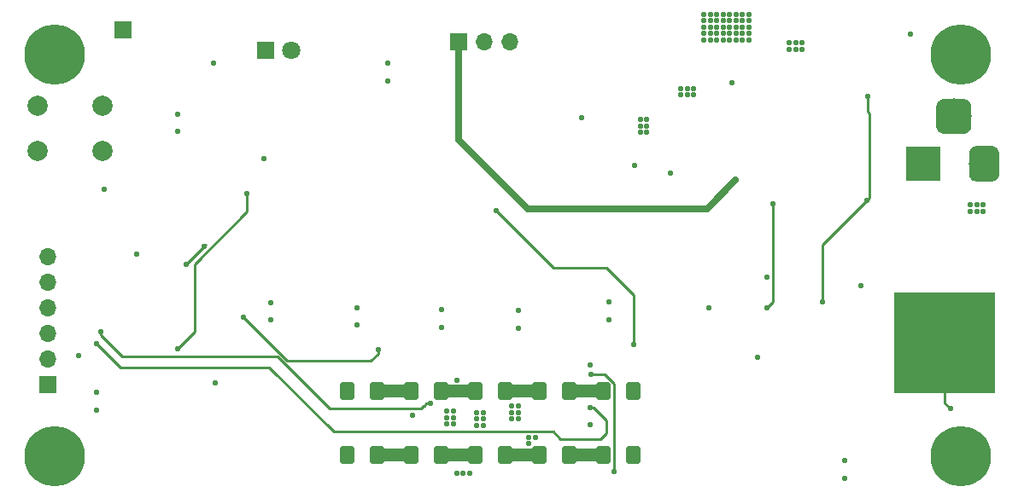
<source format=gbr>
G04 #@! TF.GenerationSoftware,KiCad,Pcbnew,(5.1.4)-1*
G04 #@! TF.CreationDate,2019-10-07T12:46:13-05:00*
G04 #@! TF.ProjectId,nightlight,6e696768-746c-4696-9768-742e6b696361,rev?*
G04 #@! TF.SameCoordinates,Original*
G04 #@! TF.FileFunction,Copper,L1,Top*
G04 #@! TF.FilePolarity,Positive*
%FSLAX46Y46*%
G04 Gerber Fmt 4.6, Leading zero omitted, Abs format (unit mm)*
G04 Created by KiCad (PCBNEW (5.1.4)-1) date 2019-10-07 12:46:13*
%MOMM*%
%LPD*%
G04 APERTURE LIST*
%ADD10R,1.700000X1.700000*%
%ADD11O,1.700000X1.700000*%
%ADD12C,0.100000*%
%ADD13C,1.425000*%
%ADD14R,10.000000X10.000000*%
%ADD15C,6.000000*%
%ADD16R,3.500000X3.500000*%
%ADD17C,3.000000*%
%ADD18C,3.500000*%
%ADD19R,1.800000X1.800000*%
%ADD20C,1.800000*%
%ADD21C,2.000000*%
%ADD22C,0.558800*%
%ADD23C,0.254000*%
%ADD24C,0.635000*%
%ADD25C,1.270000*%
G04 APERTURE END LIST*
D10*
X130175000Y-76530200D03*
D11*
X132715000Y-76530200D03*
X135255000Y-76530200D03*
D12*
G36*
X144998704Y-116677404D02*
G01*
X145022973Y-116681004D01*
X145046771Y-116686965D01*
X145069871Y-116695230D01*
X145092049Y-116705720D01*
X145113093Y-116718333D01*
X145132798Y-116732947D01*
X145150977Y-116749423D01*
X145167453Y-116767602D01*
X145182067Y-116787307D01*
X145194680Y-116808351D01*
X145205170Y-116830529D01*
X145213435Y-116853629D01*
X145219396Y-116877427D01*
X145222996Y-116901696D01*
X145224200Y-116926200D01*
X145224200Y-118176200D01*
X145222996Y-118200704D01*
X145219396Y-118224973D01*
X145213435Y-118248771D01*
X145205170Y-118271871D01*
X145194680Y-118294049D01*
X145182067Y-118315093D01*
X145167453Y-118334798D01*
X145150977Y-118352977D01*
X145132798Y-118369453D01*
X145113093Y-118384067D01*
X145092049Y-118396680D01*
X145069871Y-118407170D01*
X145046771Y-118415435D01*
X145022973Y-118421396D01*
X144998704Y-118424996D01*
X144974200Y-118426200D01*
X144049200Y-118426200D01*
X144024696Y-118424996D01*
X144000427Y-118421396D01*
X143976629Y-118415435D01*
X143953529Y-118407170D01*
X143931351Y-118396680D01*
X143910307Y-118384067D01*
X143890602Y-118369453D01*
X143872423Y-118352977D01*
X143855947Y-118334798D01*
X143841333Y-118315093D01*
X143828720Y-118294049D01*
X143818230Y-118271871D01*
X143809965Y-118248771D01*
X143804004Y-118224973D01*
X143800404Y-118200704D01*
X143799200Y-118176200D01*
X143799200Y-116926200D01*
X143800404Y-116901696D01*
X143804004Y-116877427D01*
X143809965Y-116853629D01*
X143818230Y-116830529D01*
X143828720Y-116808351D01*
X143841333Y-116787307D01*
X143855947Y-116767602D01*
X143872423Y-116749423D01*
X143890602Y-116732947D01*
X143910307Y-116718333D01*
X143931351Y-116705720D01*
X143953529Y-116695230D01*
X143976629Y-116686965D01*
X144000427Y-116681004D01*
X144024696Y-116677404D01*
X144049200Y-116676200D01*
X144974200Y-116676200D01*
X144998704Y-116677404D01*
X144998704Y-116677404D01*
G37*
D13*
X144511700Y-117551200D03*
D12*
G36*
X147973704Y-116677404D02*
G01*
X147997973Y-116681004D01*
X148021771Y-116686965D01*
X148044871Y-116695230D01*
X148067049Y-116705720D01*
X148088093Y-116718333D01*
X148107798Y-116732947D01*
X148125977Y-116749423D01*
X148142453Y-116767602D01*
X148157067Y-116787307D01*
X148169680Y-116808351D01*
X148180170Y-116830529D01*
X148188435Y-116853629D01*
X148194396Y-116877427D01*
X148197996Y-116901696D01*
X148199200Y-116926200D01*
X148199200Y-118176200D01*
X148197996Y-118200704D01*
X148194396Y-118224973D01*
X148188435Y-118248771D01*
X148180170Y-118271871D01*
X148169680Y-118294049D01*
X148157067Y-118315093D01*
X148142453Y-118334798D01*
X148125977Y-118352977D01*
X148107798Y-118369453D01*
X148088093Y-118384067D01*
X148067049Y-118396680D01*
X148044871Y-118407170D01*
X148021771Y-118415435D01*
X147997973Y-118421396D01*
X147973704Y-118424996D01*
X147949200Y-118426200D01*
X147024200Y-118426200D01*
X146999696Y-118424996D01*
X146975427Y-118421396D01*
X146951629Y-118415435D01*
X146928529Y-118407170D01*
X146906351Y-118396680D01*
X146885307Y-118384067D01*
X146865602Y-118369453D01*
X146847423Y-118352977D01*
X146830947Y-118334798D01*
X146816333Y-118315093D01*
X146803720Y-118294049D01*
X146793230Y-118271871D01*
X146784965Y-118248771D01*
X146779004Y-118224973D01*
X146775404Y-118200704D01*
X146774200Y-118176200D01*
X146774200Y-116926200D01*
X146775404Y-116901696D01*
X146779004Y-116877427D01*
X146784965Y-116853629D01*
X146793230Y-116830529D01*
X146803720Y-116808351D01*
X146816333Y-116787307D01*
X146830947Y-116767602D01*
X146847423Y-116749423D01*
X146865602Y-116732947D01*
X146885307Y-116718333D01*
X146906351Y-116705720D01*
X146928529Y-116695230D01*
X146951629Y-116686965D01*
X146975427Y-116681004D01*
X146999696Y-116677404D01*
X147024200Y-116676200D01*
X147949200Y-116676200D01*
X147973704Y-116677404D01*
X147973704Y-116677404D01*
G37*
D13*
X147486700Y-117551200D03*
D12*
G36*
X138648704Y-116677404D02*
G01*
X138672973Y-116681004D01*
X138696771Y-116686965D01*
X138719871Y-116695230D01*
X138742049Y-116705720D01*
X138763093Y-116718333D01*
X138782798Y-116732947D01*
X138800977Y-116749423D01*
X138817453Y-116767602D01*
X138832067Y-116787307D01*
X138844680Y-116808351D01*
X138855170Y-116830529D01*
X138863435Y-116853629D01*
X138869396Y-116877427D01*
X138872996Y-116901696D01*
X138874200Y-116926200D01*
X138874200Y-118176200D01*
X138872996Y-118200704D01*
X138869396Y-118224973D01*
X138863435Y-118248771D01*
X138855170Y-118271871D01*
X138844680Y-118294049D01*
X138832067Y-118315093D01*
X138817453Y-118334798D01*
X138800977Y-118352977D01*
X138782798Y-118369453D01*
X138763093Y-118384067D01*
X138742049Y-118396680D01*
X138719871Y-118407170D01*
X138696771Y-118415435D01*
X138672973Y-118421396D01*
X138648704Y-118424996D01*
X138624200Y-118426200D01*
X137699200Y-118426200D01*
X137674696Y-118424996D01*
X137650427Y-118421396D01*
X137626629Y-118415435D01*
X137603529Y-118407170D01*
X137581351Y-118396680D01*
X137560307Y-118384067D01*
X137540602Y-118369453D01*
X137522423Y-118352977D01*
X137505947Y-118334798D01*
X137491333Y-118315093D01*
X137478720Y-118294049D01*
X137468230Y-118271871D01*
X137459965Y-118248771D01*
X137454004Y-118224973D01*
X137450404Y-118200704D01*
X137449200Y-118176200D01*
X137449200Y-116926200D01*
X137450404Y-116901696D01*
X137454004Y-116877427D01*
X137459965Y-116853629D01*
X137468230Y-116830529D01*
X137478720Y-116808351D01*
X137491333Y-116787307D01*
X137505947Y-116767602D01*
X137522423Y-116749423D01*
X137540602Y-116732947D01*
X137560307Y-116718333D01*
X137581351Y-116705720D01*
X137603529Y-116695230D01*
X137626629Y-116686965D01*
X137650427Y-116681004D01*
X137674696Y-116677404D01*
X137699200Y-116676200D01*
X138624200Y-116676200D01*
X138648704Y-116677404D01*
X138648704Y-116677404D01*
G37*
D13*
X138161700Y-117551200D03*
D12*
G36*
X141623704Y-116677404D02*
G01*
X141647973Y-116681004D01*
X141671771Y-116686965D01*
X141694871Y-116695230D01*
X141717049Y-116705720D01*
X141738093Y-116718333D01*
X141757798Y-116732947D01*
X141775977Y-116749423D01*
X141792453Y-116767602D01*
X141807067Y-116787307D01*
X141819680Y-116808351D01*
X141830170Y-116830529D01*
X141838435Y-116853629D01*
X141844396Y-116877427D01*
X141847996Y-116901696D01*
X141849200Y-116926200D01*
X141849200Y-118176200D01*
X141847996Y-118200704D01*
X141844396Y-118224973D01*
X141838435Y-118248771D01*
X141830170Y-118271871D01*
X141819680Y-118294049D01*
X141807067Y-118315093D01*
X141792453Y-118334798D01*
X141775977Y-118352977D01*
X141757798Y-118369453D01*
X141738093Y-118384067D01*
X141717049Y-118396680D01*
X141694871Y-118407170D01*
X141671771Y-118415435D01*
X141647973Y-118421396D01*
X141623704Y-118424996D01*
X141599200Y-118426200D01*
X140674200Y-118426200D01*
X140649696Y-118424996D01*
X140625427Y-118421396D01*
X140601629Y-118415435D01*
X140578529Y-118407170D01*
X140556351Y-118396680D01*
X140535307Y-118384067D01*
X140515602Y-118369453D01*
X140497423Y-118352977D01*
X140480947Y-118334798D01*
X140466333Y-118315093D01*
X140453720Y-118294049D01*
X140443230Y-118271871D01*
X140434965Y-118248771D01*
X140429004Y-118224973D01*
X140425404Y-118200704D01*
X140424200Y-118176200D01*
X140424200Y-116926200D01*
X140425404Y-116901696D01*
X140429004Y-116877427D01*
X140434965Y-116853629D01*
X140443230Y-116830529D01*
X140453720Y-116808351D01*
X140466333Y-116787307D01*
X140480947Y-116767602D01*
X140497423Y-116749423D01*
X140515602Y-116732947D01*
X140535307Y-116718333D01*
X140556351Y-116705720D01*
X140578529Y-116695230D01*
X140601629Y-116686965D01*
X140625427Y-116681004D01*
X140649696Y-116677404D01*
X140674200Y-116676200D01*
X141599200Y-116676200D01*
X141623704Y-116677404D01*
X141623704Y-116677404D01*
G37*
D13*
X141136700Y-117551200D03*
D12*
G36*
X132298704Y-116677404D02*
G01*
X132322973Y-116681004D01*
X132346771Y-116686965D01*
X132369871Y-116695230D01*
X132392049Y-116705720D01*
X132413093Y-116718333D01*
X132432798Y-116732947D01*
X132450977Y-116749423D01*
X132467453Y-116767602D01*
X132482067Y-116787307D01*
X132494680Y-116808351D01*
X132505170Y-116830529D01*
X132513435Y-116853629D01*
X132519396Y-116877427D01*
X132522996Y-116901696D01*
X132524200Y-116926200D01*
X132524200Y-118176200D01*
X132522996Y-118200704D01*
X132519396Y-118224973D01*
X132513435Y-118248771D01*
X132505170Y-118271871D01*
X132494680Y-118294049D01*
X132482067Y-118315093D01*
X132467453Y-118334798D01*
X132450977Y-118352977D01*
X132432798Y-118369453D01*
X132413093Y-118384067D01*
X132392049Y-118396680D01*
X132369871Y-118407170D01*
X132346771Y-118415435D01*
X132322973Y-118421396D01*
X132298704Y-118424996D01*
X132274200Y-118426200D01*
X131349200Y-118426200D01*
X131324696Y-118424996D01*
X131300427Y-118421396D01*
X131276629Y-118415435D01*
X131253529Y-118407170D01*
X131231351Y-118396680D01*
X131210307Y-118384067D01*
X131190602Y-118369453D01*
X131172423Y-118352977D01*
X131155947Y-118334798D01*
X131141333Y-118315093D01*
X131128720Y-118294049D01*
X131118230Y-118271871D01*
X131109965Y-118248771D01*
X131104004Y-118224973D01*
X131100404Y-118200704D01*
X131099200Y-118176200D01*
X131099200Y-116926200D01*
X131100404Y-116901696D01*
X131104004Y-116877427D01*
X131109965Y-116853629D01*
X131118230Y-116830529D01*
X131128720Y-116808351D01*
X131141333Y-116787307D01*
X131155947Y-116767602D01*
X131172423Y-116749423D01*
X131190602Y-116732947D01*
X131210307Y-116718333D01*
X131231351Y-116705720D01*
X131253529Y-116695230D01*
X131276629Y-116686965D01*
X131300427Y-116681004D01*
X131324696Y-116677404D01*
X131349200Y-116676200D01*
X132274200Y-116676200D01*
X132298704Y-116677404D01*
X132298704Y-116677404D01*
G37*
D13*
X131811700Y-117551200D03*
D12*
G36*
X135273704Y-116677404D02*
G01*
X135297973Y-116681004D01*
X135321771Y-116686965D01*
X135344871Y-116695230D01*
X135367049Y-116705720D01*
X135388093Y-116718333D01*
X135407798Y-116732947D01*
X135425977Y-116749423D01*
X135442453Y-116767602D01*
X135457067Y-116787307D01*
X135469680Y-116808351D01*
X135480170Y-116830529D01*
X135488435Y-116853629D01*
X135494396Y-116877427D01*
X135497996Y-116901696D01*
X135499200Y-116926200D01*
X135499200Y-118176200D01*
X135497996Y-118200704D01*
X135494396Y-118224973D01*
X135488435Y-118248771D01*
X135480170Y-118271871D01*
X135469680Y-118294049D01*
X135457067Y-118315093D01*
X135442453Y-118334798D01*
X135425977Y-118352977D01*
X135407798Y-118369453D01*
X135388093Y-118384067D01*
X135367049Y-118396680D01*
X135344871Y-118407170D01*
X135321771Y-118415435D01*
X135297973Y-118421396D01*
X135273704Y-118424996D01*
X135249200Y-118426200D01*
X134324200Y-118426200D01*
X134299696Y-118424996D01*
X134275427Y-118421396D01*
X134251629Y-118415435D01*
X134228529Y-118407170D01*
X134206351Y-118396680D01*
X134185307Y-118384067D01*
X134165602Y-118369453D01*
X134147423Y-118352977D01*
X134130947Y-118334798D01*
X134116333Y-118315093D01*
X134103720Y-118294049D01*
X134093230Y-118271871D01*
X134084965Y-118248771D01*
X134079004Y-118224973D01*
X134075404Y-118200704D01*
X134074200Y-118176200D01*
X134074200Y-116926200D01*
X134075404Y-116901696D01*
X134079004Y-116877427D01*
X134084965Y-116853629D01*
X134093230Y-116830529D01*
X134103720Y-116808351D01*
X134116333Y-116787307D01*
X134130947Y-116767602D01*
X134147423Y-116749423D01*
X134165602Y-116732947D01*
X134185307Y-116718333D01*
X134206351Y-116705720D01*
X134228529Y-116695230D01*
X134251629Y-116686965D01*
X134275427Y-116681004D01*
X134299696Y-116677404D01*
X134324200Y-116676200D01*
X135249200Y-116676200D01*
X135273704Y-116677404D01*
X135273704Y-116677404D01*
G37*
D13*
X134786700Y-117551200D03*
D12*
G36*
X125948704Y-116677404D02*
G01*
X125972973Y-116681004D01*
X125996771Y-116686965D01*
X126019871Y-116695230D01*
X126042049Y-116705720D01*
X126063093Y-116718333D01*
X126082798Y-116732947D01*
X126100977Y-116749423D01*
X126117453Y-116767602D01*
X126132067Y-116787307D01*
X126144680Y-116808351D01*
X126155170Y-116830529D01*
X126163435Y-116853629D01*
X126169396Y-116877427D01*
X126172996Y-116901696D01*
X126174200Y-116926200D01*
X126174200Y-118176200D01*
X126172996Y-118200704D01*
X126169396Y-118224973D01*
X126163435Y-118248771D01*
X126155170Y-118271871D01*
X126144680Y-118294049D01*
X126132067Y-118315093D01*
X126117453Y-118334798D01*
X126100977Y-118352977D01*
X126082798Y-118369453D01*
X126063093Y-118384067D01*
X126042049Y-118396680D01*
X126019871Y-118407170D01*
X125996771Y-118415435D01*
X125972973Y-118421396D01*
X125948704Y-118424996D01*
X125924200Y-118426200D01*
X124999200Y-118426200D01*
X124974696Y-118424996D01*
X124950427Y-118421396D01*
X124926629Y-118415435D01*
X124903529Y-118407170D01*
X124881351Y-118396680D01*
X124860307Y-118384067D01*
X124840602Y-118369453D01*
X124822423Y-118352977D01*
X124805947Y-118334798D01*
X124791333Y-118315093D01*
X124778720Y-118294049D01*
X124768230Y-118271871D01*
X124759965Y-118248771D01*
X124754004Y-118224973D01*
X124750404Y-118200704D01*
X124749200Y-118176200D01*
X124749200Y-116926200D01*
X124750404Y-116901696D01*
X124754004Y-116877427D01*
X124759965Y-116853629D01*
X124768230Y-116830529D01*
X124778720Y-116808351D01*
X124791333Y-116787307D01*
X124805947Y-116767602D01*
X124822423Y-116749423D01*
X124840602Y-116732947D01*
X124860307Y-116718333D01*
X124881351Y-116705720D01*
X124903529Y-116695230D01*
X124926629Y-116686965D01*
X124950427Y-116681004D01*
X124974696Y-116677404D01*
X124999200Y-116676200D01*
X125924200Y-116676200D01*
X125948704Y-116677404D01*
X125948704Y-116677404D01*
G37*
D13*
X125461700Y-117551200D03*
D12*
G36*
X128923704Y-116677404D02*
G01*
X128947973Y-116681004D01*
X128971771Y-116686965D01*
X128994871Y-116695230D01*
X129017049Y-116705720D01*
X129038093Y-116718333D01*
X129057798Y-116732947D01*
X129075977Y-116749423D01*
X129092453Y-116767602D01*
X129107067Y-116787307D01*
X129119680Y-116808351D01*
X129130170Y-116830529D01*
X129138435Y-116853629D01*
X129144396Y-116877427D01*
X129147996Y-116901696D01*
X129149200Y-116926200D01*
X129149200Y-118176200D01*
X129147996Y-118200704D01*
X129144396Y-118224973D01*
X129138435Y-118248771D01*
X129130170Y-118271871D01*
X129119680Y-118294049D01*
X129107067Y-118315093D01*
X129092453Y-118334798D01*
X129075977Y-118352977D01*
X129057798Y-118369453D01*
X129038093Y-118384067D01*
X129017049Y-118396680D01*
X128994871Y-118407170D01*
X128971771Y-118415435D01*
X128947973Y-118421396D01*
X128923704Y-118424996D01*
X128899200Y-118426200D01*
X127974200Y-118426200D01*
X127949696Y-118424996D01*
X127925427Y-118421396D01*
X127901629Y-118415435D01*
X127878529Y-118407170D01*
X127856351Y-118396680D01*
X127835307Y-118384067D01*
X127815602Y-118369453D01*
X127797423Y-118352977D01*
X127780947Y-118334798D01*
X127766333Y-118315093D01*
X127753720Y-118294049D01*
X127743230Y-118271871D01*
X127734965Y-118248771D01*
X127729004Y-118224973D01*
X127725404Y-118200704D01*
X127724200Y-118176200D01*
X127724200Y-116926200D01*
X127725404Y-116901696D01*
X127729004Y-116877427D01*
X127734965Y-116853629D01*
X127743230Y-116830529D01*
X127753720Y-116808351D01*
X127766333Y-116787307D01*
X127780947Y-116767602D01*
X127797423Y-116749423D01*
X127815602Y-116732947D01*
X127835307Y-116718333D01*
X127856351Y-116705720D01*
X127878529Y-116695230D01*
X127901629Y-116686965D01*
X127925427Y-116681004D01*
X127949696Y-116677404D01*
X127974200Y-116676200D01*
X128899200Y-116676200D01*
X128923704Y-116677404D01*
X128923704Y-116677404D01*
G37*
D13*
X128436700Y-117551200D03*
D12*
G36*
X119598704Y-116677404D02*
G01*
X119622973Y-116681004D01*
X119646771Y-116686965D01*
X119669871Y-116695230D01*
X119692049Y-116705720D01*
X119713093Y-116718333D01*
X119732798Y-116732947D01*
X119750977Y-116749423D01*
X119767453Y-116767602D01*
X119782067Y-116787307D01*
X119794680Y-116808351D01*
X119805170Y-116830529D01*
X119813435Y-116853629D01*
X119819396Y-116877427D01*
X119822996Y-116901696D01*
X119824200Y-116926200D01*
X119824200Y-118176200D01*
X119822996Y-118200704D01*
X119819396Y-118224973D01*
X119813435Y-118248771D01*
X119805170Y-118271871D01*
X119794680Y-118294049D01*
X119782067Y-118315093D01*
X119767453Y-118334798D01*
X119750977Y-118352977D01*
X119732798Y-118369453D01*
X119713093Y-118384067D01*
X119692049Y-118396680D01*
X119669871Y-118407170D01*
X119646771Y-118415435D01*
X119622973Y-118421396D01*
X119598704Y-118424996D01*
X119574200Y-118426200D01*
X118649200Y-118426200D01*
X118624696Y-118424996D01*
X118600427Y-118421396D01*
X118576629Y-118415435D01*
X118553529Y-118407170D01*
X118531351Y-118396680D01*
X118510307Y-118384067D01*
X118490602Y-118369453D01*
X118472423Y-118352977D01*
X118455947Y-118334798D01*
X118441333Y-118315093D01*
X118428720Y-118294049D01*
X118418230Y-118271871D01*
X118409965Y-118248771D01*
X118404004Y-118224973D01*
X118400404Y-118200704D01*
X118399200Y-118176200D01*
X118399200Y-116926200D01*
X118400404Y-116901696D01*
X118404004Y-116877427D01*
X118409965Y-116853629D01*
X118418230Y-116830529D01*
X118428720Y-116808351D01*
X118441333Y-116787307D01*
X118455947Y-116767602D01*
X118472423Y-116749423D01*
X118490602Y-116732947D01*
X118510307Y-116718333D01*
X118531351Y-116705720D01*
X118553529Y-116695230D01*
X118576629Y-116686965D01*
X118600427Y-116681004D01*
X118624696Y-116677404D01*
X118649200Y-116676200D01*
X119574200Y-116676200D01*
X119598704Y-116677404D01*
X119598704Y-116677404D01*
G37*
D13*
X119111700Y-117551200D03*
D12*
G36*
X122573704Y-116677404D02*
G01*
X122597973Y-116681004D01*
X122621771Y-116686965D01*
X122644871Y-116695230D01*
X122667049Y-116705720D01*
X122688093Y-116718333D01*
X122707798Y-116732947D01*
X122725977Y-116749423D01*
X122742453Y-116767602D01*
X122757067Y-116787307D01*
X122769680Y-116808351D01*
X122780170Y-116830529D01*
X122788435Y-116853629D01*
X122794396Y-116877427D01*
X122797996Y-116901696D01*
X122799200Y-116926200D01*
X122799200Y-118176200D01*
X122797996Y-118200704D01*
X122794396Y-118224973D01*
X122788435Y-118248771D01*
X122780170Y-118271871D01*
X122769680Y-118294049D01*
X122757067Y-118315093D01*
X122742453Y-118334798D01*
X122725977Y-118352977D01*
X122707798Y-118369453D01*
X122688093Y-118384067D01*
X122667049Y-118396680D01*
X122644871Y-118407170D01*
X122621771Y-118415435D01*
X122597973Y-118421396D01*
X122573704Y-118424996D01*
X122549200Y-118426200D01*
X121624200Y-118426200D01*
X121599696Y-118424996D01*
X121575427Y-118421396D01*
X121551629Y-118415435D01*
X121528529Y-118407170D01*
X121506351Y-118396680D01*
X121485307Y-118384067D01*
X121465602Y-118369453D01*
X121447423Y-118352977D01*
X121430947Y-118334798D01*
X121416333Y-118315093D01*
X121403720Y-118294049D01*
X121393230Y-118271871D01*
X121384965Y-118248771D01*
X121379004Y-118224973D01*
X121375404Y-118200704D01*
X121374200Y-118176200D01*
X121374200Y-116926200D01*
X121375404Y-116901696D01*
X121379004Y-116877427D01*
X121384965Y-116853629D01*
X121393230Y-116830529D01*
X121403720Y-116808351D01*
X121416333Y-116787307D01*
X121430947Y-116767602D01*
X121447423Y-116749423D01*
X121465602Y-116732947D01*
X121485307Y-116718333D01*
X121506351Y-116705720D01*
X121528529Y-116695230D01*
X121551629Y-116686965D01*
X121575427Y-116681004D01*
X121599696Y-116677404D01*
X121624200Y-116676200D01*
X122549200Y-116676200D01*
X122573704Y-116677404D01*
X122573704Y-116677404D01*
G37*
D13*
X122086700Y-117551200D03*
D12*
G36*
X144998704Y-110327404D02*
G01*
X145022973Y-110331004D01*
X145046771Y-110336965D01*
X145069871Y-110345230D01*
X145092049Y-110355720D01*
X145113093Y-110368333D01*
X145132798Y-110382947D01*
X145150977Y-110399423D01*
X145167453Y-110417602D01*
X145182067Y-110437307D01*
X145194680Y-110458351D01*
X145205170Y-110480529D01*
X145213435Y-110503629D01*
X145219396Y-110527427D01*
X145222996Y-110551696D01*
X145224200Y-110576200D01*
X145224200Y-111826200D01*
X145222996Y-111850704D01*
X145219396Y-111874973D01*
X145213435Y-111898771D01*
X145205170Y-111921871D01*
X145194680Y-111944049D01*
X145182067Y-111965093D01*
X145167453Y-111984798D01*
X145150977Y-112002977D01*
X145132798Y-112019453D01*
X145113093Y-112034067D01*
X145092049Y-112046680D01*
X145069871Y-112057170D01*
X145046771Y-112065435D01*
X145022973Y-112071396D01*
X144998704Y-112074996D01*
X144974200Y-112076200D01*
X144049200Y-112076200D01*
X144024696Y-112074996D01*
X144000427Y-112071396D01*
X143976629Y-112065435D01*
X143953529Y-112057170D01*
X143931351Y-112046680D01*
X143910307Y-112034067D01*
X143890602Y-112019453D01*
X143872423Y-112002977D01*
X143855947Y-111984798D01*
X143841333Y-111965093D01*
X143828720Y-111944049D01*
X143818230Y-111921871D01*
X143809965Y-111898771D01*
X143804004Y-111874973D01*
X143800404Y-111850704D01*
X143799200Y-111826200D01*
X143799200Y-110576200D01*
X143800404Y-110551696D01*
X143804004Y-110527427D01*
X143809965Y-110503629D01*
X143818230Y-110480529D01*
X143828720Y-110458351D01*
X143841333Y-110437307D01*
X143855947Y-110417602D01*
X143872423Y-110399423D01*
X143890602Y-110382947D01*
X143910307Y-110368333D01*
X143931351Y-110355720D01*
X143953529Y-110345230D01*
X143976629Y-110336965D01*
X144000427Y-110331004D01*
X144024696Y-110327404D01*
X144049200Y-110326200D01*
X144974200Y-110326200D01*
X144998704Y-110327404D01*
X144998704Y-110327404D01*
G37*
D13*
X144511700Y-111201200D03*
D12*
G36*
X147973704Y-110327404D02*
G01*
X147997973Y-110331004D01*
X148021771Y-110336965D01*
X148044871Y-110345230D01*
X148067049Y-110355720D01*
X148088093Y-110368333D01*
X148107798Y-110382947D01*
X148125977Y-110399423D01*
X148142453Y-110417602D01*
X148157067Y-110437307D01*
X148169680Y-110458351D01*
X148180170Y-110480529D01*
X148188435Y-110503629D01*
X148194396Y-110527427D01*
X148197996Y-110551696D01*
X148199200Y-110576200D01*
X148199200Y-111826200D01*
X148197996Y-111850704D01*
X148194396Y-111874973D01*
X148188435Y-111898771D01*
X148180170Y-111921871D01*
X148169680Y-111944049D01*
X148157067Y-111965093D01*
X148142453Y-111984798D01*
X148125977Y-112002977D01*
X148107798Y-112019453D01*
X148088093Y-112034067D01*
X148067049Y-112046680D01*
X148044871Y-112057170D01*
X148021771Y-112065435D01*
X147997973Y-112071396D01*
X147973704Y-112074996D01*
X147949200Y-112076200D01*
X147024200Y-112076200D01*
X146999696Y-112074996D01*
X146975427Y-112071396D01*
X146951629Y-112065435D01*
X146928529Y-112057170D01*
X146906351Y-112046680D01*
X146885307Y-112034067D01*
X146865602Y-112019453D01*
X146847423Y-112002977D01*
X146830947Y-111984798D01*
X146816333Y-111965093D01*
X146803720Y-111944049D01*
X146793230Y-111921871D01*
X146784965Y-111898771D01*
X146779004Y-111874973D01*
X146775404Y-111850704D01*
X146774200Y-111826200D01*
X146774200Y-110576200D01*
X146775404Y-110551696D01*
X146779004Y-110527427D01*
X146784965Y-110503629D01*
X146793230Y-110480529D01*
X146803720Y-110458351D01*
X146816333Y-110437307D01*
X146830947Y-110417602D01*
X146847423Y-110399423D01*
X146865602Y-110382947D01*
X146885307Y-110368333D01*
X146906351Y-110355720D01*
X146928529Y-110345230D01*
X146951629Y-110336965D01*
X146975427Y-110331004D01*
X146999696Y-110327404D01*
X147024200Y-110326200D01*
X147949200Y-110326200D01*
X147973704Y-110327404D01*
X147973704Y-110327404D01*
G37*
D13*
X147486700Y-111201200D03*
D12*
G36*
X138648704Y-110327404D02*
G01*
X138672973Y-110331004D01*
X138696771Y-110336965D01*
X138719871Y-110345230D01*
X138742049Y-110355720D01*
X138763093Y-110368333D01*
X138782798Y-110382947D01*
X138800977Y-110399423D01*
X138817453Y-110417602D01*
X138832067Y-110437307D01*
X138844680Y-110458351D01*
X138855170Y-110480529D01*
X138863435Y-110503629D01*
X138869396Y-110527427D01*
X138872996Y-110551696D01*
X138874200Y-110576200D01*
X138874200Y-111826200D01*
X138872996Y-111850704D01*
X138869396Y-111874973D01*
X138863435Y-111898771D01*
X138855170Y-111921871D01*
X138844680Y-111944049D01*
X138832067Y-111965093D01*
X138817453Y-111984798D01*
X138800977Y-112002977D01*
X138782798Y-112019453D01*
X138763093Y-112034067D01*
X138742049Y-112046680D01*
X138719871Y-112057170D01*
X138696771Y-112065435D01*
X138672973Y-112071396D01*
X138648704Y-112074996D01*
X138624200Y-112076200D01*
X137699200Y-112076200D01*
X137674696Y-112074996D01*
X137650427Y-112071396D01*
X137626629Y-112065435D01*
X137603529Y-112057170D01*
X137581351Y-112046680D01*
X137560307Y-112034067D01*
X137540602Y-112019453D01*
X137522423Y-112002977D01*
X137505947Y-111984798D01*
X137491333Y-111965093D01*
X137478720Y-111944049D01*
X137468230Y-111921871D01*
X137459965Y-111898771D01*
X137454004Y-111874973D01*
X137450404Y-111850704D01*
X137449200Y-111826200D01*
X137449200Y-110576200D01*
X137450404Y-110551696D01*
X137454004Y-110527427D01*
X137459965Y-110503629D01*
X137468230Y-110480529D01*
X137478720Y-110458351D01*
X137491333Y-110437307D01*
X137505947Y-110417602D01*
X137522423Y-110399423D01*
X137540602Y-110382947D01*
X137560307Y-110368333D01*
X137581351Y-110355720D01*
X137603529Y-110345230D01*
X137626629Y-110336965D01*
X137650427Y-110331004D01*
X137674696Y-110327404D01*
X137699200Y-110326200D01*
X138624200Y-110326200D01*
X138648704Y-110327404D01*
X138648704Y-110327404D01*
G37*
D13*
X138161700Y-111201200D03*
D12*
G36*
X141623704Y-110327404D02*
G01*
X141647973Y-110331004D01*
X141671771Y-110336965D01*
X141694871Y-110345230D01*
X141717049Y-110355720D01*
X141738093Y-110368333D01*
X141757798Y-110382947D01*
X141775977Y-110399423D01*
X141792453Y-110417602D01*
X141807067Y-110437307D01*
X141819680Y-110458351D01*
X141830170Y-110480529D01*
X141838435Y-110503629D01*
X141844396Y-110527427D01*
X141847996Y-110551696D01*
X141849200Y-110576200D01*
X141849200Y-111826200D01*
X141847996Y-111850704D01*
X141844396Y-111874973D01*
X141838435Y-111898771D01*
X141830170Y-111921871D01*
X141819680Y-111944049D01*
X141807067Y-111965093D01*
X141792453Y-111984798D01*
X141775977Y-112002977D01*
X141757798Y-112019453D01*
X141738093Y-112034067D01*
X141717049Y-112046680D01*
X141694871Y-112057170D01*
X141671771Y-112065435D01*
X141647973Y-112071396D01*
X141623704Y-112074996D01*
X141599200Y-112076200D01*
X140674200Y-112076200D01*
X140649696Y-112074996D01*
X140625427Y-112071396D01*
X140601629Y-112065435D01*
X140578529Y-112057170D01*
X140556351Y-112046680D01*
X140535307Y-112034067D01*
X140515602Y-112019453D01*
X140497423Y-112002977D01*
X140480947Y-111984798D01*
X140466333Y-111965093D01*
X140453720Y-111944049D01*
X140443230Y-111921871D01*
X140434965Y-111898771D01*
X140429004Y-111874973D01*
X140425404Y-111850704D01*
X140424200Y-111826200D01*
X140424200Y-110576200D01*
X140425404Y-110551696D01*
X140429004Y-110527427D01*
X140434965Y-110503629D01*
X140443230Y-110480529D01*
X140453720Y-110458351D01*
X140466333Y-110437307D01*
X140480947Y-110417602D01*
X140497423Y-110399423D01*
X140515602Y-110382947D01*
X140535307Y-110368333D01*
X140556351Y-110355720D01*
X140578529Y-110345230D01*
X140601629Y-110336965D01*
X140625427Y-110331004D01*
X140649696Y-110327404D01*
X140674200Y-110326200D01*
X141599200Y-110326200D01*
X141623704Y-110327404D01*
X141623704Y-110327404D01*
G37*
D13*
X141136700Y-111201200D03*
D12*
G36*
X132298704Y-110327404D02*
G01*
X132322973Y-110331004D01*
X132346771Y-110336965D01*
X132369871Y-110345230D01*
X132392049Y-110355720D01*
X132413093Y-110368333D01*
X132432798Y-110382947D01*
X132450977Y-110399423D01*
X132467453Y-110417602D01*
X132482067Y-110437307D01*
X132494680Y-110458351D01*
X132505170Y-110480529D01*
X132513435Y-110503629D01*
X132519396Y-110527427D01*
X132522996Y-110551696D01*
X132524200Y-110576200D01*
X132524200Y-111826200D01*
X132522996Y-111850704D01*
X132519396Y-111874973D01*
X132513435Y-111898771D01*
X132505170Y-111921871D01*
X132494680Y-111944049D01*
X132482067Y-111965093D01*
X132467453Y-111984798D01*
X132450977Y-112002977D01*
X132432798Y-112019453D01*
X132413093Y-112034067D01*
X132392049Y-112046680D01*
X132369871Y-112057170D01*
X132346771Y-112065435D01*
X132322973Y-112071396D01*
X132298704Y-112074996D01*
X132274200Y-112076200D01*
X131349200Y-112076200D01*
X131324696Y-112074996D01*
X131300427Y-112071396D01*
X131276629Y-112065435D01*
X131253529Y-112057170D01*
X131231351Y-112046680D01*
X131210307Y-112034067D01*
X131190602Y-112019453D01*
X131172423Y-112002977D01*
X131155947Y-111984798D01*
X131141333Y-111965093D01*
X131128720Y-111944049D01*
X131118230Y-111921871D01*
X131109965Y-111898771D01*
X131104004Y-111874973D01*
X131100404Y-111850704D01*
X131099200Y-111826200D01*
X131099200Y-110576200D01*
X131100404Y-110551696D01*
X131104004Y-110527427D01*
X131109965Y-110503629D01*
X131118230Y-110480529D01*
X131128720Y-110458351D01*
X131141333Y-110437307D01*
X131155947Y-110417602D01*
X131172423Y-110399423D01*
X131190602Y-110382947D01*
X131210307Y-110368333D01*
X131231351Y-110355720D01*
X131253529Y-110345230D01*
X131276629Y-110336965D01*
X131300427Y-110331004D01*
X131324696Y-110327404D01*
X131349200Y-110326200D01*
X132274200Y-110326200D01*
X132298704Y-110327404D01*
X132298704Y-110327404D01*
G37*
D13*
X131811700Y-111201200D03*
D12*
G36*
X135273704Y-110327404D02*
G01*
X135297973Y-110331004D01*
X135321771Y-110336965D01*
X135344871Y-110345230D01*
X135367049Y-110355720D01*
X135388093Y-110368333D01*
X135407798Y-110382947D01*
X135425977Y-110399423D01*
X135442453Y-110417602D01*
X135457067Y-110437307D01*
X135469680Y-110458351D01*
X135480170Y-110480529D01*
X135488435Y-110503629D01*
X135494396Y-110527427D01*
X135497996Y-110551696D01*
X135499200Y-110576200D01*
X135499200Y-111826200D01*
X135497996Y-111850704D01*
X135494396Y-111874973D01*
X135488435Y-111898771D01*
X135480170Y-111921871D01*
X135469680Y-111944049D01*
X135457067Y-111965093D01*
X135442453Y-111984798D01*
X135425977Y-112002977D01*
X135407798Y-112019453D01*
X135388093Y-112034067D01*
X135367049Y-112046680D01*
X135344871Y-112057170D01*
X135321771Y-112065435D01*
X135297973Y-112071396D01*
X135273704Y-112074996D01*
X135249200Y-112076200D01*
X134324200Y-112076200D01*
X134299696Y-112074996D01*
X134275427Y-112071396D01*
X134251629Y-112065435D01*
X134228529Y-112057170D01*
X134206351Y-112046680D01*
X134185307Y-112034067D01*
X134165602Y-112019453D01*
X134147423Y-112002977D01*
X134130947Y-111984798D01*
X134116333Y-111965093D01*
X134103720Y-111944049D01*
X134093230Y-111921871D01*
X134084965Y-111898771D01*
X134079004Y-111874973D01*
X134075404Y-111850704D01*
X134074200Y-111826200D01*
X134074200Y-110576200D01*
X134075404Y-110551696D01*
X134079004Y-110527427D01*
X134084965Y-110503629D01*
X134093230Y-110480529D01*
X134103720Y-110458351D01*
X134116333Y-110437307D01*
X134130947Y-110417602D01*
X134147423Y-110399423D01*
X134165602Y-110382947D01*
X134185307Y-110368333D01*
X134206351Y-110355720D01*
X134228529Y-110345230D01*
X134251629Y-110336965D01*
X134275427Y-110331004D01*
X134299696Y-110327404D01*
X134324200Y-110326200D01*
X135249200Y-110326200D01*
X135273704Y-110327404D01*
X135273704Y-110327404D01*
G37*
D13*
X134786700Y-111201200D03*
D12*
G36*
X125948704Y-110327404D02*
G01*
X125972973Y-110331004D01*
X125996771Y-110336965D01*
X126019871Y-110345230D01*
X126042049Y-110355720D01*
X126063093Y-110368333D01*
X126082798Y-110382947D01*
X126100977Y-110399423D01*
X126117453Y-110417602D01*
X126132067Y-110437307D01*
X126144680Y-110458351D01*
X126155170Y-110480529D01*
X126163435Y-110503629D01*
X126169396Y-110527427D01*
X126172996Y-110551696D01*
X126174200Y-110576200D01*
X126174200Y-111826200D01*
X126172996Y-111850704D01*
X126169396Y-111874973D01*
X126163435Y-111898771D01*
X126155170Y-111921871D01*
X126144680Y-111944049D01*
X126132067Y-111965093D01*
X126117453Y-111984798D01*
X126100977Y-112002977D01*
X126082798Y-112019453D01*
X126063093Y-112034067D01*
X126042049Y-112046680D01*
X126019871Y-112057170D01*
X125996771Y-112065435D01*
X125972973Y-112071396D01*
X125948704Y-112074996D01*
X125924200Y-112076200D01*
X124999200Y-112076200D01*
X124974696Y-112074996D01*
X124950427Y-112071396D01*
X124926629Y-112065435D01*
X124903529Y-112057170D01*
X124881351Y-112046680D01*
X124860307Y-112034067D01*
X124840602Y-112019453D01*
X124822423Y-112002977D01*
X124805947Y-111984798D01*
X124791333Y-111965093D01*
X124778720Y-111944049D01*
X124768230Y-111921871D01*
X124759965Y-111898771D01*
X124754004Y-111874973D01*
X124750404Y-111850704D01*
X124749200Y-111826200D01*
X124749200Y-110576200D01*
X124750404Y-110551696D01*
X124754004Y-110527427D01*
X124759965Y-110503629D01*
X124768230Y-110480529D01*
X124778720Y-110458351D01*
X124791333Y-110437307D01*
X124805947Y-110417602D01*
X124822423Y-110399423D01*
X124840602Y-110382947D01*
X124860307Y-110368333D01*
X124881351Y-110355720D01*
X124903529Y-110345230D01*
X124926629Y-110336965D01*
X124950427Y-110331004D01*
X124974696Y-110327404D01*
X124999200Y-110326200D01*
X125924200Y-110326200D01*
X125948704Y-110327404D01*
X125948704Y-110327404D01*
G37*
D13*
X125461700Y-111201200D03*
D12*
G36*
X128923704Y-110327404D02*
G01*
X128947973Y-110331004D01*
X128971771Y-110336965D01*
X128994871Y-110345230D01*
X129017049Y-110355720D01*
X129038093Y-110368333D01*
X129057798Y-110382947D01*
X129075977Y-110399423D01*
X129092453Y-110417602D01*
X129107067Y-110437307D01*
X129119680Y-110458351D01*
X129130170Y-110480529D01*
X129138435Y-110503629D01*
X129144396Y-110527427D01*
X129147996Y-110551696D01*
X129149200Y-110576200D01*
X129149200Y-111826200D01*
X129147996Y-111850704D01*
X129144396Y-111874973D01*
X129138435Y-111898771D01*
X129130170Y-111921871D01*
X129119680Y-111944049D01*
X129107067Y-111965093D01*
X129092453Y-111984798D01*
X129075977Y-112002977D01*
X129057798Y-112019453D01*
X129038093Y-112034067D01*
X129017049Y-112046680D01*
X128994871Y-112057170D01*
X128971771Y-112065435D01*
X128947973Y-112071396D01*
X128923704Y-112074996D01*
X128899200Y-112076200D01*
X127974200Y-112076200D01*
X127949696Y-112074996D01*
X127925427Y-112071396D01*
X127901629Y-112065435D01*
X127878529Y-112057170D01*
X127856351Y-112046680D01*
X127835307Y-112034067D01*
X127815602Y-112019453D01*
X127797423Y-112002977D01*
X127780947Y-111984798D01*
X127766333Y-111965093D01*
X127753720Y-111944049D01*
X127743230Y-111921871D01*
X127734965Y-111898771D01*
X127729004Y-111874973D01*
X127725404Y-111850704D01*
X127724200Y-111826200D01*
X127724200Y-110576200D01*
X127725404Y-110551696D01*
X127729004Y-110527427D01*
X127734965Y-110503629D01*
X127743230Y-110480529D01*
X127753720Y-110458351D01*
X127766333Y-110437307D01*
X127780947Y-110417602D01*
X127797423Y-110399423D01*
X127815602Y-110382947D01*
X127835307Y-110368333D01*
X127856351Y-110355720D01*
X127878529Y-110345230D01*
X127901629Y-110336965D01*
X127925427Y-110331004D01*
X127949696Y-110327404D01*
X127974200Y-110326200D01*
X128899200Y-110326200D01*
X128923704Y-110327404D01*
X128923704Y-110327404D01*
G37*
D13*
X128436700Y-111201200D03*
D14*
X178384200Y-106400600D03*
D10*
X96926400Y-75361800D03*
D12*
G36*
X122573704Y-110327404D02*
G01*
X122597973Y-110331004D01*
X122621771Y-110336965D01*
X122644871Y-110345230D01*
X122667049Y-110355720D01*
X122688093Y-110368333D01*
X122707798Y-110382947D01*
X122725977Y-110399423D01*
X122742453Y-110417602D01*
X122757067Y-110437307D01*
X122769680Y-110458351D01*
X122780170Y-110480529D01*
X122788435Y-110503629D01*
X122794396Y-110527427D01*
X122797996Y-110551696D01*
X122799200Y-110576200D01*
X122799200Y-111826200D01*
X122797996Y-111850704D01*
X122794396Y-111874973D01*
X122788435Y-111898771D01*
X122780170Y-111921871D01*
X122769680Y-111944049D01*
X122757067Y-111965093D01*
X122742453Y-111984798D01*
X122725977Y-112002977D01*
X122707798Y-112019453D01*
X122688093Y-112034067D01*
X122667049Y-112046680D01*
X122644871Y-112057170D01*
X122621771Y-112065435D01*
X122597973Y-112071396D01*
X122573704Y-112074996D01*
X122549200Y-112076200D01*
X121624200Y-112076200D01*
X121599696Y-112074996D01*
X121575427Y-112071396D01*
X121551629Y-112065435D01*
X121528529Y-112057170D01*
X121506351Y-112046680D01*
X121485307Y-112034067D01*
X121465602Y-112019453D01*
X121447423Y-112002977D01*
X121430947Y-111984798D01*
X121416333Y-111965093D01*
X121403720Y-111944049D01*
X121393230Y-111921871D01*
X121384965Y-111898771D01*
X121379004Y-111874973D01*
X121375404Y-111850704D01*
X121374200Y-111826200D01*
X121374200Y-110576200D01*
X121375404Y-110551696D01*
X121379004Y-110527427D01*
X121384965Y-110503629D01*
X121393230Y-110480529D01*
X121403720Y-110458351D01*
X121416333Y-110437307D01*
X121430947Y-110417602D01*
X121447423Y-110399423D01*
X121465602Y-110382947D01*
X121485307Y-110368333D01*
X121506351Y-110355720D01*
X121528529Y-110345230D01*
X121551629Y-110336965D01*
X121575427Y-110331004D01*
X121599696Y-110327404D01*
X121624200Y-110326200D01*
X122549200Y-110326200D01*
X122573704Y-110327404D01*
X122573704Y-110327404D01*
G37*
D13*
X122086700Y-111201200D03*
D12*
G36*
X119598704Y-110327404D02*
G01*
X119622973Y-110331004D01*
X119646771Y-110336965D01*
X119669871Y-110345230D01*
X119692049Y-110355720D01*
X119713093Y-110368333D01*
X119732798Y-110382947D01*
X119750977Y-110399423D01*
X119767453Y-110417602D01*
X119782067Y-110437307D01*
X119794680Y-110458351D01*
X119805170Y-110480529D01*
X119813435Y-110503629D01*
X119819396Y-110527427D01*
X119822996Y-110551696D01*
X119824200Y-110576200D01*
X119824200Y-111826200D01*
X119822996Y-111850704D01*
X119819396Y-111874973D01*
X119813435Y-111898771D01*
X119805170Y-111921871D01*
X119794680Y-111944049D01*
X119782067Y-111965093D01*
X119767453Y-111984798D01*
X119750977Y-112002977D01*
X119732798Y-112019453D01*
X119713093Y-112034067D01*
X119692049Y-112046680D01*
X119669871Y-112057170D01*
X119646771Y-112065435D01*
X119622973Y-112071396D01*
X119598704Y-112074996D01*
X119574200Y-112076200D01*
X118649200Y-112076200D01*
X118624696Y-112074996D01*
X118600427Y-112071396D01*
X118576629Y-112065435D01*
X118553529Y-112057170D01*
X118531351Y-112046680D01*
X118510307Y-112034067D01*
X118490602Y-112019453D01*
X118472423Y-112002977D01*
X118455947Y-111984798D01*
X118441333Y-111965093D01*
X118428720Y-111944049D01*
X118418230Y-111921871D01*
X118409965Y-111898771D01*
X118404004Y-111874973D01*
X118400404Y-111850704D01*
X118399200Y-111826200D01*
X118399200Y-110576200D01*
X118400404Y-110551696D01*
X118404004Y-110527427D01*
X118409965Y-110503629D01*
X118418230Y-110480529D01*
X118428720Y-110458351D01*
X118441333Y-110437307D01*
X118455947Y-110417602D01*
X118472423Y-110399423D01*
X118490602Y-110382947D01*
X118510307Y-110368333D01*
X118531351Y-110355720D01*
X118553529Y-110345230D01*
X118576629Y-110336965D01*
X118600427Y-110331004D01*
X118624696Y-110327404D01*
X118649200Y-110326200D01*
X119574200Y-110326200D01*
X119598704Y-110327404D01*
X119598704Y-110327404D01*
G37*
D13*
X119111700Y-111201200D03*
D15*
X90119200Y-117652800D03*
X90119200Y-77812800D03*
X179959200Y-77812800D03*
X179959200Y-117652800D03*
D11*
X89468499Y-97887801D03*
X89468499Y-100427801D03*
X89468499Y-102967801D03*
X89468499Y-105507801D03*
X89468499Y-108047801D03*
D10*
X89468499Y-110587801D03*
D16*
X176257700Y-88633300D03*
D12*
G36*
X183081213Y-86886911D02*
G01*
X183154018Y-86897711D01*
X183225414Y-86915595D01*
X183294713Y-86940390D01*
X183361248Y-86971859D01*
X183424378Y-87009698D01*
X183483495Y-87053542D01*
X183538030Y-87102970D01*
X183587458Y-87157505D01*
X183631302Y-87216622D01*
X183669141Y-87279752D01*
X183700610Y-87346287D01*
X183725405Y-87415586D01*
X183743289Y-87486982D01*
X183754089Y-87559787D01*
X183757700Y-87633300D01*
X183757700Y-89633300D01*
X183754089Y-89706813D01*
X183743289Y-89779618D01*
X183725405Y-89851014D01*
X183700610Y-89920313D01*
X183669141Y-89986848D01*
X183631302Y-90049978D01*
X183587458Y-90109095D01*
X183538030Y-90163630D01*
X183483495Y-90213058D01*
X183424378Y-90256902D01*
X183361248Y-90294741D01*
X183294713Y-90326210D01*
X183225414Y-90351005D01*
X183154018Y-90368889D01*
X183081213Y-90379689D01*
X183007700Y-90383300D01*
X181507700Y-90383300D01*
X181434187Y-90379689D01*
X181361382Y-90368889D01*
X181289986Y-90351005D01*
X181220687Y-90326210D01*
X181154152Y-90294741D01*
X181091022Y-90256902D01*
X181031905Y-90213058D01*
X180977370Y-90163630D01*
X180927942Y-90109095D01*
X180884098Y-90049978D01*
X180846259Y-89986848D01*
X180814790Y-89920313D01*
X180789995Y-89851014D01*
X180772111Y-89779618D01*
X180761311Y-89706813D01*
X180757700Y-89633300D01*
X180757700Y-87633300D01*
X180761311Y-87559787D01*
X180772111Y-87486982D01*
X180789995Y-87415586D01*
X180814790Y-87346287D01*
X180846259Y-87279752D01*
X180884098Y-87216622D01*
X180927942Y-87157505D01*
X180977370Y-87102970D01*
X181031905Y-87053542D01*
X181091022Y-87009698D01*
X181154152Y-86971859D01*
X181220687Y-86940390D01*
X181289986Y-86915595D01*
X181361382Y-86897711D01*
X181434187Y-86886911D01*
X181507700Y-86883300D01*
X183007700Y-86883300D01*
X183081213Y-86886911D01*
X183081213Y-86886911D01*
G37*
D17*
X182257700Y-88633300D03*
D12*
G36*
X180218465Y-82187513D02*
G01*
X180303404Y-82200113D01*
X180386699Y-82220977D01*
X180467548Y-82249905D01*
X180545172Y-82286619D01*
X180618824Y-82330764D01*
X180687794Y-82381916D01*
X180751418Y-82439582D01*
X180809084Y-82503206D01*
X180860236Y-82572176D01*
X180904381Y-82645828D01*
X180941095Y-82723452D01*
X180970023Y-82804301D01*
X180990887Y-82887596D01*
X181003487Y-82972535D01*
X181007700Y-83058300D01*
X181007700Y-84808300D01*
X181003487Y-84894065D01*
X180990887Y-84979004D01*
X180970023Y-85062299D01*
X180941095Y-85143148D01*
X180904381Y-85220772D01*
X180860236Y-85294424D01*
X180809084Y-85363394D01*
X180751418Y-85427018D01*
X180687794Y-85484684D01*
X180618824Y-85535836D01*
X180545172Y-85579981D01*
X180467548Y-85616695D01*
X180386699Y-85645623D01*
X180303404Y-85666487D01*
X180218465Y-85679087D01*
X180132700Y-85683300D01*
X178382700Y-85683300D01*
X178296935Y-85679087D01*
X178211996Y-85666487D01*
X178128701Y-85645623D01*
X178047852Y-85616695D01*
X177970228Y-85579981D01*
X177896576Y-85535836D01*
X177827606Y-85484684D01*
X177763982Y-85427018D01*
X177706316Y-85363394D01*
X177655164Y-85294424D01*
X177611019Y-85220772D01*
X177574305Y-85143148D01*
X177545377Y-85062299D01*
X177524513Y-84979004D01*
X177511913Y-84894065D01*
X177507700Y-84808300D01*
X177507700Y-83058300D01*
X177511913Y-82972535D01*
X177524513Y-82887596D01*
X177545377Y-82804301D01*
X177574305Y-82723452D01*
X177611019Y-82645828D01*
X177655164Y-82572176D01*
X177706316Y-82503206D01*
X177763982Y-82439582D01*
X177827606Y-82381916D01*
X177896576Y-82330764D01*
X177970228Y-82286619D01*
X178047852Y-82249905D01*
X178128701Y-82220977D01*
X178211996Y-82200113D01*
X178296935Y-82187513D01*
X178382700Y-82183300D01*
X180132700Y-82183300D01*
X180218465Y-82187513D01*
X180218465Y-82187513D01*
G37*
D18*
X179257700Y-83933300D03*
D19*
X111048800Y-77343000D03*
D20*
X113588800Y-77343000D03*
D21*
X94894400Y-87405600D03*
X94894400Y-82905600D03*
X88394400Y-87405600D03*
X88394400Y-82905600D03*
D22*
X102285800Y-85457000D03*
X111506000Y-102426800D03*
X120116600Y-102909400D03*
X154482800Y-73812400D03*
X155117800Y-73812400D03*
X155752800Y-73812400D03*
X156387800Y-73812400D03*
X157022800Y-73812400D03*
X157657800Y-73812400D03*
X158292800Y-73812400D03*
X158927800Y-73812400D03*
X154482800Y-74447400D03*
X155117800Y-74447400D03*
X155752800Y-74447400D03*
X156387800Y-74447400D03*
X157022800Y-74447400D03*
X157657800Y-74447400D03*
X158292800Y-74447400D03*
X158927800Y-74447400D03*
X154482800Y-75082400D03*
X155117800Y-75082400D03*
X155752800Y-75082400D03*
X156387800Y-75082400D03*
X157022800Y-75082400D03*
X157657800Y-75082400D03*
X158292800Y-75082400D03*
X158927800Y-75082400D03*
X154482800Y-75717400D03*
X155117800Y-75717400D03*
X155752800Y-75717400D03*
X156387800Y-75717400D03*
X157022800Y-75717400D03*
X157657800Y-75717400D03*
X158292800Y-75717400D03*
X158927800Y-75717400D03*
X154482800Y-76352400D03*
X155117800Y-76352400D03*
X155752800Y-76352400D03*
X156387800Y-76352400D03*
X157022800Y-76352400D03*
X157657800Y-76352400D03*
X158292800Y-76352400D03*
X158927800Y-76352400D03*
X131953000Y-113969800D03*
X132588000Y-113969800D03*
X132588000Y-114604800D03*
X131953000Y-113334800D03*
X131953000Y-114604800D03*
X132588000Y-113334800D03*
X130632200Y-119380000D03*
X129997200Y-119380000D03*
X131267200Y-119380000D03*
X92481400Y-107670600D03*
X94259400Y-111328200D03*
X168478200Y-119848600D03*
X136067800Y-103201500D03*
X128498600Y-103112600D03*
X147602000Y-88823800D03*
X145084800Y-102376000D03*
X154940000Y-102933500D03*
X174929800Y-75768200D03*
X105906600Y-78663800D03*
X123139200Y-78677800D03*
X98261200Y-97637600D03*
X148183600Y-84251800D03*
X148818600Y-84251800D03*
X148183600Y-84886800D03*
X148818600Y-84886800D03*
X148183600Y-85521800D03*
X148818600Y-85521800D03*
X136067800Y-112725200D03*
X135432800Y-113360200D03*
X135432800Y-113995200D03*
X136067800Y-113995200D03*
X136067800Y-113360200D03*
X135432800Y-112725200D03*
X102285800Y-83707000D03*
X95021400Y-91188600D03*
X111506000Y-104176800D03*
X120116600Y-104659400D03*
X152196800Y-81178400D03*
X152831800Y-81813400D03*
X153466800Y-81813400D03*
X153466800Y-81178400D03*
X152831800Y-81178400D03*
X152196800Y-81813400D03*
X157276800Y-80577800D03*
X164236400Y-76657200D03*
X162966400Y-76657200D03*
X163601400Y-77292200D03*
X163601400Y-76657200D03*
X164236400Y-77292200D03*
X162966400Y-77292200D03*
X182168800Y-93345000D03*
X180898800Y-93345000D03*
X180898800Y-92710000D03*
X181533800Y-92710000D03*
X182168800Y-92710000D03*
X181533800Y-93345000D03*
X129006600Y-113842800D03*
X129641600Y-113842800D03*
X129641600Y-114477800D03*
X129006600Y-113207800D03*
X129006600Y-114477800D03*
X129641600Y-113207800D03*
X137134600Y-115798600D03*
X137769600Y-115798600D03*
X137134600Y-116433600D03*
X106072200Y-110363000D03*
X143216600Y-114528600D03*
X123139200Y-80427800D03*
X168478200Y-118098600D03*
X136067800Y-104951500D03*
X128498600Y-104862600D03*
X151169400Y-89611200D03*
X145084800Y-104126000D03*
X125577600Y-113614200D03*
X129999800Y-110159800D03*
X143242000Y-108610400D03*
X160705800Y-99910900D03*
X159794000Y-107886500D03*
X170078400Y-100723700D03*
X110845600Y-88101200D03*
X94259400Y-113078200D03*
X142341600Y-84048600D03*
X160756600Y-102971600D03*
X161366200Y-92608400D03*
X157632400Y-90271600D03*
X147193000Y-117246400D03*
X147828000Y-117246400D03*
X147828000Y-117881400D03*
X147193000Y-117881400D03*
X147193000Y-110871000D03*
X147193000Y-111506000D03*
X147828000Y-110871000D03*
X147828000Y-111506000D03*
X143256000Y-109524800D03*
X145592800Y-119176800D03*
X109194600Y-91592400D03*
X102311200Y-107035600D03*
X118745000Y-117221000D03*
X118745000Y-117856000D03*
X119380000Y-117221000D03*
X119380000Y-117856000D03*
X118770400Y-111480600D03*
X119405400Y-110845600D03*
X118770400Y-110845600D03*
X119405400Y-111480600D03*
X178943000Y-112979200D03*
X94284800Y-106502200D03*
X143242000Y-112852200D03*
X94716600Y-105283000D03*
X127355600Y-112471200D03*
X166217600Y-102387400D03*
X170637200Y-92303600D03*
X170713400Y-81915000D03*
X103174800Y-98628200D03*
X104965500Y-96837500D03*
X133934200Y-93319600D03*
X147534600Y-106603800D03*
X108864400Y-103911400D03*
X122224800Y-107137200D03*
D23*
X161366200Y-100039934D02*
X161366200Y-92608400D01*
X160756600Y-102971600D02*
X161366200Y-102362000D01*
X161366200Y-102362000D02*
X161366200Y-100039934D01*
D24*
X130175000Y-76530200D02*
X130175000Y-86283800D01*
X130175000Y-86283800D02*
X137007600Y-93116400D01*
X137007600Y-93116400D02*
X154787600Y-93116400D01*
X154787600Y-93116400D02*
X157632400Y-90271600D01*
D23*
X144635580Y-109524800D02*
X145592800Y-110482020D01*
X143256000Y-109524800D02*
X144635580Y-109524800D01*
X145592800Y-110482020D02*
X145592800Y-119176800D01*
X109194600Y-93397834D02*
X103987600Y-98604834D01*
X109194600Y-91592400D02*
X109194600Y-93397834D01*
X103987600Y-98604834D02*
X103987600Y-105359200D01*
X103987600Y-105359200D02*
X102311200Y-107035600D01*
D25*
X122086700Y-111201200D02*
X125461700Y-111201200D01*
X122086700Y-117551200D02*
X125461700Y-117551200D01*
X128436700Y-111201200D02*
X131811700Y-111201200D01*
X128436700Y-117551200D02*
X131811700Y-117551200D01*
X134786700Y-111201200D02*
X138161700Y-111201200D01*
X134786700Y-117551200D02*
X138161700Y-117551200D01*
X141136700Y-111201200D02*
X144511700Y-111201200D01*
X141136700Y-117551200D02*
X144511700Y-117551200D01*
D23*
X178384200Y-112420400D02*
X178384200Y-106400600D01*
X178943000Y-112979200D02*
X178384200Y-112420400D01*
X94284800Y-106502200D02*
X96621600Y-108839000D01*
X96621600Y-108839000D02*
X111404400Y-108839000D01*
X117830599Y-115265199D02*
X139547599Y-115265199D01*
X111404400Y-108839000D02*
X117830599Y-115265199D01*
X139547599Y-115265199D02*
X140258800Y-115976400D01*
X140258800Y-115976400D02*
X144246600Y-115976400D01*
X144246600Y-115976400D02*
X144830800Y-115392200D01*
X144830800Y-115392200D02*
X144830800Y-114122200D01*
X144830800Y-114122200D02*
X143535400Y-112826800D01*
X143535400Y-112826800D02*
X143267400Y-112826800D01*
X143267400Y-112826800D02*
X143242000Y-112852200D01*
X94716600Y-105283000D02*
X94716600Y-105689400D01*
X112211772Y-107797600D02*
X117367972Y-112953800D01*
X94716600Y-105689400D02*
X96824800Y-107797600D01*
X96824800Y-107797600D02*
X112211772Y-107797600D01*
X117367972Y-112953800D02*
X126466600Y-112953800D01*
X126744569Y-112687100D02*
X126733300Y-112687100D01*
X126960469Y-112471200D02*
X126744569Y-112687100D01*
X127355600Y-112471200D02*
X126960469Y-112471200D01*
X126466600Y-112953800D02*
X126733300Y-112687100D01*
X166217600Y-102387400D02*
X166217600Y-96723200D01*
X166217600Y-96723200D02*
X170637200Y-92303600D01*
X170916599Y-92024201D02*
X170916599Y-83642199D01*
X170637200Y-92303600D02*
X170916599Y-92024201D01*
X170916599Y-83642199D02*
X170713400Y-83439000D01*
X170713400Y-83439000D02*
X170713400Y-81915000D01*
X104965500Y-96837500D02*
X105079800Y-96723200D01*
X103174800Y-98628200D02*
X104965500Y-96837500D01*
X147534600Y-101662200D02*
X147534600Y-106603800D01*
X144830800Y-98958400D02*
X147534600Y-101662200D01*
X139573000Y-98958400D02*
X144830800Y-98958400D01*
X133934200Y-93319600D02*
X139573000Y-98958400D01*
X108864400Y-103911400D02*
X113182400Y-108229400D01*
X113182400Y-108229400D02*
X121488200Y-108229400D01*
X121488200Y-108229400D02*
X122224800Y-107492800D01*
X122224800Y-107492800D02*
X122224800Y-107137200D01*
M02*

</source>
